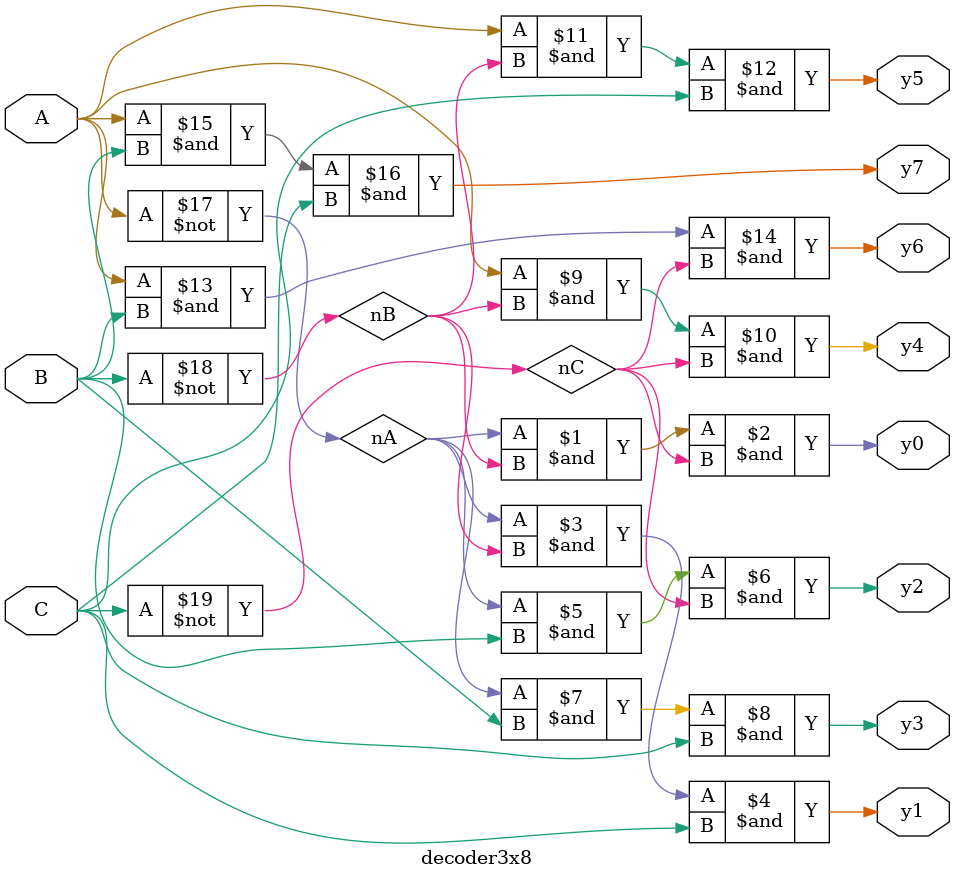
<source format=v>
module decoder3x8(A,B,C,y0,y1,y2,y3,y4,y5,y6,y7);
input A,B,C;
output y0,y1,y2,y3,y4,y5,y6,y7;
wire nA,nB,nC;
not n1(nA,A);
not n2(nB,B);
not n3(nC,C);
and a0(y0,nA,nB,nC);
and a1(y1,nA,nB,C);
and a2(y2,nA,B,nC);
and a3(y3,nA,B,C);
and a4(y4,A,nB,nC);
and a5(y5,A,nB,C);
and a6(y6,A,B,nC);
and a7(y7,A,B,C);
endmodule

</source>
